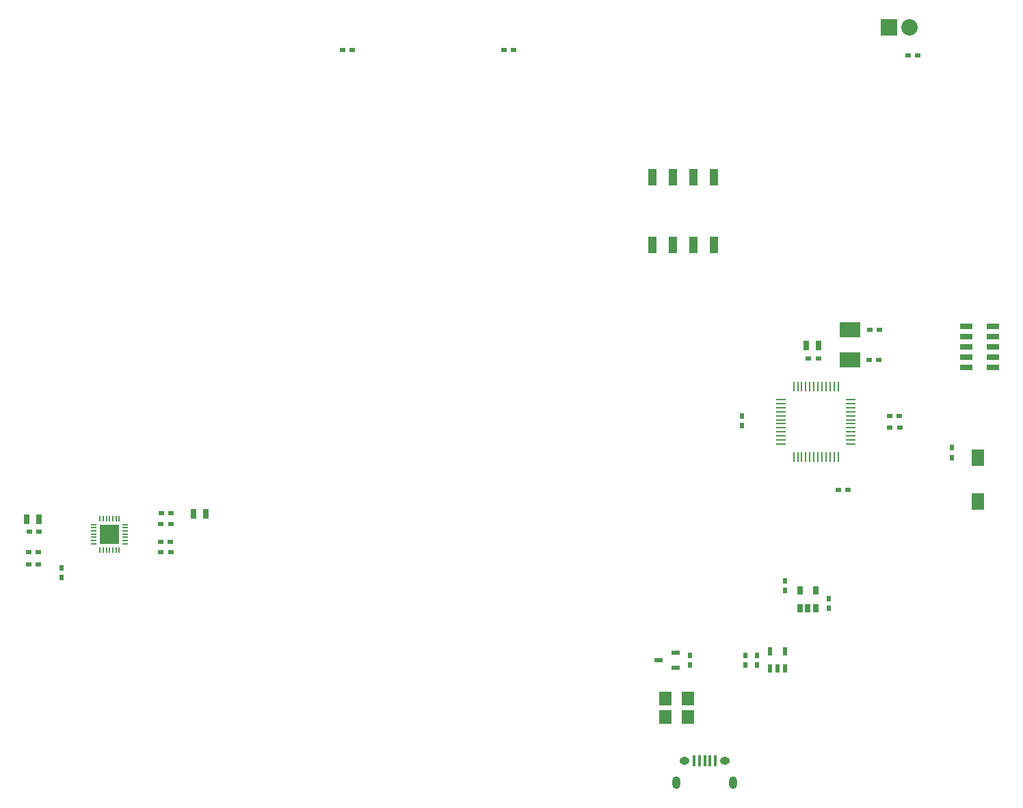
<source format=gbr>
G04 #@! TF.FileFunction,Soldermask,Top*
%FSLAX46Y46*%
G04 Gerber Fmt 4.6, Leading zero omitted, Abs format (unit mm)*
G04 Created by KiCad (PCBNEW 4.0.4-stable) date 11/01/16 13:43:14*
%MOMM*%
%LPD*%
G01*
G04 APERTURE LIST*
%ADD10C,0.100000*%
%ADD11R,1.600200X1.803400*%
%ADD12R,1.600000X2.000000*%
%ADD13R,0.250000X1.300000*%
%ADD14R,1.300000X0.250000*%
%ADD15R,0.700000X0.600000*%
%ADD16R,0.600000X0.700000*%
%ADD17R,0.400000X1.350000*%
%ADD18O,1.250000X0.950000*%
%ADD19O,1.000000X1.550000*%
%ADD20R,2.032000X2.032000*%
%ADD21O,2.032000X2.032000*%
%ADD22R,0.650000X1.060000*%
%ADD23R,0.800000X0.200000*%
%ADD24R,0.200000X0.800000*%
%ADD25R,1.200000X1.200000*%
%ADD26R,2.537160X1.837160*%
%ADD27R,0.635000X1.143000*%
%ADD28R,1.000760X0.599440*%
%ADD29R,0.599440X1.000760*%
%ADD30R,1.000000X2.000000*%
%ADD31R,1.500000X0.760000*%
G04 APERTURE END LIST*
D10*
D11*
X254147000Y-189000000D03*
X251353000Y-189000000D03*
D12*
X290030000Y-162330000D03*
X290030000Y-156930000D03*
D13*
X272750000Y-148150000D03*
X272250000Y-148150000D03*
X271750000Y-148150000D03*
X271250000Y-148150000D03*
X270750000Y-148150000D03*
X270250000Y-148150000D03*
X269750000Y-148150000D03*
X269250000Y-148150000D03*
X268750000Y-148150000D03*
X268250000Y-148150000D03*
X267750000Y-148150000D03*
X267250000Y-148150000D03*
D14*
X265650000Y-149750000D03*
X265650000Y-150250000D03*
X265650000Y-150750000D03*
X265650000Y-151250000D03*
X265650000Y-151750000D03*
X265650000Y-152250000D03*
X265650000Y-152750000D03*
X265650000Y-153250000D03*
X265650000Y-153750000D03*
X265650000Y-154250000D03*
X265650000Y-154750000D03*
X265650000Y-155250000D03*
D13*
X267250000Y-156850000D03*
X267750000Y-156850000D03*
X268250000Y-156850000D03*
X268750000Y-156850000D03*
X269250000Y-156850000D03*
X269750000Y-156850000D03*
X270250000Y-156850000D03*
X270750000Y-156850000D03*
X271250000Y-156850000D03*
X271750000Y-156850000D03*
X272250000Y-156850000D03*
X272750000Y-156850000D03*
D14*
X274350000Y-155250000D03*
X274350000Y-154750000D03*
X274350000Y-154250000D03*
X274350000Y-153750000D03*
X274350000Y-153250000D03*
X274350000Y-152750000D03*
X274350000Y-152250000D03*
X274350000Y-151750000D03*
X274350000Y-151250000D03*
X274350000Y-150750000D03*
X274350000Y-150250000D03*
X274350000Y-149750000D03*
D15*
X270300000Y-144650000D03*
X269100000Y-144650000D03*
X276600000Y-144850000D03*
X277800000Y-144850000D03*
X272750000Y-160950000D03*
X273950000Y-160950000D03*
X276650000Y-141150000D03*
X277850000Y-141150000D03*
X279170000Y-153220000D03*
X280370000Y-153220000D03*
D16*
X271640000Y-175610000D03*
X271640000Y-174410000D03*
X266200000Y-173400000D03*
X266200000Y-172200000D03*
X260840000Y-151750000D03*
X260840000Y-152950000D03*
D15*
X279120000Y-151750000D03*
X280320000Y-151750000D03*
X173790000Y-166050000D03*
X172590000Y-166050000D03*
X188910000Y-168650000D03*
X190110000Y-168650000D03*
D17*
X254949100Y-194437460D03*
X255599100Y-194437460D03*
X256249100Y-194437460D03*
X256899100Y-194437460D03*
X257549100Y-194437460D03*
D18*
X253749100Y-194437460D03*
X258749100Y-194437460D03*
D19*
X252749100Y-197137460D03*
X259749100Y-197137460D03*
D16*
X262750000Y-181400000D03*
X262750000Y-182600000D03*
X261250000Y-182600000D03*
X261250000Y-181400000D03*
X286810000Y-155710000D03*
X286810000Y-156910000D03*
X254400000Y-181400000D03*
X254400000Y-182600000D03*
D20*
X279050000Y-103700000D03*
D21*
X281590000Y-103700000D03*
D15*
X281400000Y-107200000D03*
X282600000Y-107200000D03*
X173730000Y-168640000D03*
X172530000Y-168640000D03*
X173730000Y-170140000D03*
X172530000Y-170140000D03*
X188940000Y-163810000D03*
X190140000Y-163810000D03*
X188920000Y-165140000D03*
X190120000Y-165140000D03*
X188900000Y-167350000D03*
X190100000Y-167350000D03*
D16*
X176640000Y-171740000D03*
X176640000Y-170540000D03*
D15*
X231400000Y-106500000D03*
X232600000Y-106500000D03*
X212600000Y-106500000D03*
X211400000Y-106500000D03*
D22*
X268050000Y-175600000D03*
X269000000Y-175600000D03*
X269950000Y-175600000D03*
X269950000Y-173400000D03*
X268050000Y-173400000D03*
D23*
X180600000Y-165200000D03*
X180600000Y-165600000D03*
X180600000Y-166000000D03*
X180600000Y-166400000D03*
X180600000Y-166800000D03*
X180600000Y-167200000D03*
X180600000Y-167600000D03*
D24*
X181350000Y-168350000D03*
X181750000Y-168350000D03*
X182150000Y-168350000D03*
X182550000Y-168350000D03*
X182950000Y-168350000D03*
X183350000Y-168350000D03*
X183750000Y-168350000D03*
D23*
X184500000Y-167600000D03*
X184500000Y-167200000D03*
X184500000Y-166800000D03*
X184500000Y-166400000D03*
X184500000Y-166000000D03*
X184500000Y-165600000D03*
X184500000Y-165200000D03*
D24*
X183750000Y-164450000D03*
X183350000Y-164450000D03*
X182950000Y-164450000D03*
X182550000Y-164450000D03*
X182150000Y-164450000D03*
X181750000Y-164450000D03*
X181350000Y-164450000D03*
D25*
X183150000Y-167000000D03*
X183150000Y-165800000D03*
X181950000Y-167000000D03*
X181950000Y-165800000D03*
D26*
X274250000Y-141150000D03*
X274250000Y-144850000D03*
D27*
X173842000Y-164570000D03*
X172318000Y-164570000D03*
X192938000Y-163850000D03*
X194462000Y-163850000D03*
X268788000Y-143100000D03*
X270312000Y-143100000D03*
D28*
X252656640Y-182952500D03*
X250543360Y-182000000D03*
X252656640Y-181047500D03*
D29*
X264297500Y-183056640D03*
X266202500Y-183056640D03*
X265250000Y-183056640D03*
X266202500Y-180943360D03*
X264297500Y-180943360D03*
D11*
X251353000Y-186750000D03*
X254147000Y-186750000D03*
D30*
X257340000Y-122260000D03*
X257340000Y-130600000D03*
X254800000Y-122260000D03*
X254800000Y-130600000D03*
X252260000Y-122260000D03*
X252260000Y-130600000D03*
X249720000Y-122260000D03*
X249720000Y-130600000D03*
D31*
X288600000Y-140650000D03*
X288600000Y-141920000D03*
X288600000Y-143190000D03*
X288600000Y-144460000D03*
X288600000Y-145730000D03*
X291900000Y-141920000D03*
X291900000Y-143190000D03*
X291900000Y-144460000D03*
X291900000Y-145730000D03*
X291900000Y-140650000D03*
M02*

</source>
